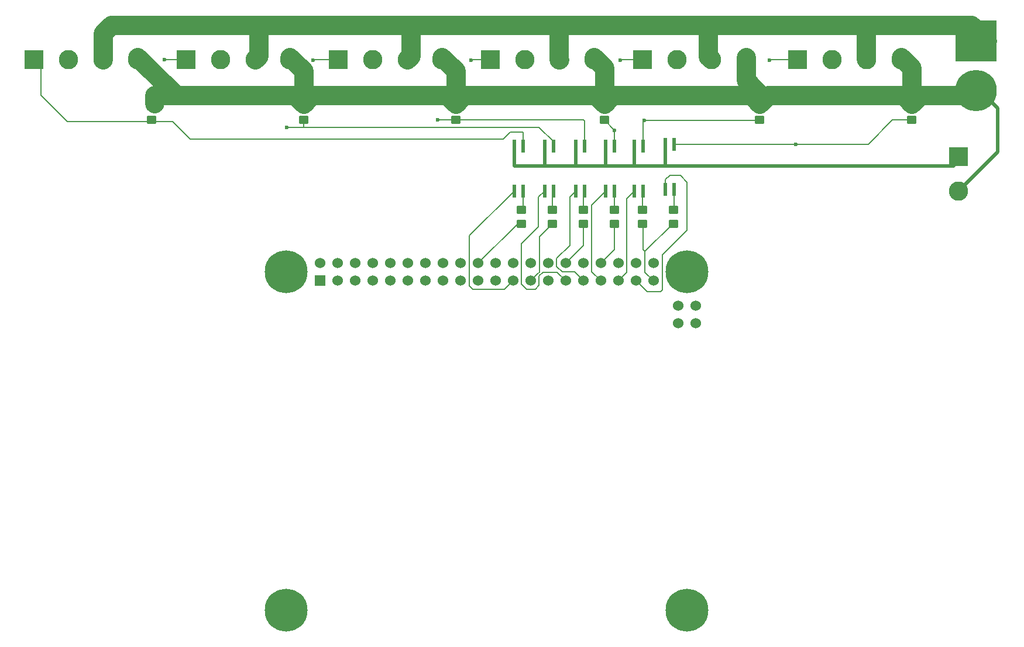
<source format=gbr>
%TF.GenerationSoftware,KiCad,Pcbnew,8.0.0*%
%TF.CreationDate,2024-03-15T12:02:56+01:00*%
%TF.ProjectId,prueba,70727565-6261-42e6-9b69-6361645f7063,v0.1*%
%TF.SameCoordinates,Original*%
%TF.FileFunction,Copper,L1,Top*%
%TF.FilePolarity,Positive*%
%FSLAX46Y46*%
G04 Gerber Fmt 4.6, Leading zero omitted, Abs format (unit mm)*
G04 Created by KiCad (PCBNEW 8.0.0) date 2024-03-15 12:02:56*
%MOMM*%
%LPD*%
G01*
G04 APERTURE LIST*
G04 Aperture macros list*
%AMRoundRect*
0 Rectangle with rounded corners*
0 $1 Rounding radius*
0 $2 $3 $4 $5 $6 $7 $8 $9 X,Y pos of 4 corners*
0 Add a 4 corners polygon primitive as box body*
4,1,4,$2,$3,$4,$5,$6,$7,$8,$9,$2,$3,0*
0 Add four circle primitives for the rounded corners*
1,1,$1+$1,$2,$3*
1,1,$1+$1,$4,$5*
1,1,$1+$1,$6,$7*
1,1,$1+$1,$8,$9*
0 Add four rect primitives between the rounded corners*
20,1,$1+$1,$2,$3,$4,$5,0*
20,1,$1+$1,$4,$5,$6,$7,0*
20,1,$1+$1,$6,$7,$8,$9,0*
20,1,$1+$1,$8,$9,$2,$3,0*%
G04 Aperture macros list end*
%TA.AperFunction,ComponentPad*%
%ADD10R,2.800000X2.800000*%
%TD*%
%TA.AperFunction,ComponentPad*%
%ADD11C,2.800000*%
%TD*%
%TA.AperFunction,SMDPad,CuDef*%
%ADD12R,0.558800X1.905000*%
%TD*%
%TA.AperFunction,ComponentPad*%
%ADD13C,6.000000*%
%TD*%
%TA.AperFunction,ComponentPad*%
%ADD14R,6.000000X6.000000*%
%TD*%
%TA.AperFunction,SMDPad,CuDef*%
%ADD15RoundRect,0.250000X0.450000X-0.350000X0.450000X0.350000X-0.450000X0.350000X-0.450000X-0.350000X0*%
%TD*%
%TA.AperFunction,ComponentPad*%
%ADD16R,1.524000X1.524000*%
%TD*%
%TA.AperFunction,ComponentPad*%
%ADD17C,1.524000*%
%TD*%
%TA.AperFunction,ComponentPad*%
%ADD18C,6.200000*%
%TD*%
%TA.AperFunction,ViaPad*%
%ADD19C,0.600000*%
%TD*%
%TA.AperFunction,Conductor*%
%ADD20C,0.200000*%
%TD*%
%TA.AperFunction,Conductor*%
%ADD21C,2.794000*%
%TD*%
%TA.AperFunction,Conductor*%
%ADD22C,0.508000*%
%TD*%
%TA.AperFunction,Conductor*%
%ADD23C,1.778000*%
%TD*%
G04 APERTURE END LIST*
D10*
%TO.P,J2,1,Pin_1*%
%TO.N,Net-(J2-Pin_1)*%
X136500000Y-36750000D03*
D11*
%TO.P,J2,2,Pin_2*%
%TO.N,/Tach_2*%
X141500000Y-36750000D03*
%TO.P,J2,3,Pin_3*%
%TO.N,/V12DC*%
X146500000Y-36750000D03*
%TO.P,J2,4,Pin_4*%
%TO.N,/GND_Source*%
X151500000Y-36750000D03*
%TD*%
D10*
%TO.P,J3,1,Pin_1*%
%TO.N,Net-(J3-Pin_1)*%
X114500000Y-36750000D03*
D11*
%TO.P,J3,2,Pin_2*%
%TO.N,/Tach_3*%
X119500000Y-36750000D03*
%TO.P,J3,3,Pin_3*%
%TO.N,/V12DC*%
X124500000Y-36750000D03*
%TO.P,J3,4,Pin_4*%
%TO.N,/GND_Source*%
X129500000Y-36750000D03*
%TD*%
D12*
%TO.P,Q6,1,1*%
%TO.N,/PWM_6*%
X118000000Y-55751200D03*
%TO.P,Q6,2,2*%
%TO.N,Net-(Q6-Pad2)*%
X119270000Y-55751200D03*
%TO.P,Q6,3,3*%
%TO.N,Net-(J6-Pin_1)*%
X119270000Y-49248800D03*
%TO.P,Q6,4,4*%
%TO.N,/6V*%
X118000000Y-49248800D03*
%TD*%
D10*
%TO.P,J8,1,Pin_1*%
%TO.N,/6V*%
X182280000Y-50800000D03*
D11*
%TO.P,J8,2,Pin_2*%
%TO.N,/GND_Source*%
X182280000Y-55800000D03*
%TD*%
D13*
%TO.P,J7,N,NEG*%
%TO.N,/GND_Source*%
X184820000Y-41200000D03*
D14*
%TO.P,J7,P,POS*%
%TO.N,/V12DC*%
X184820000Y-34000000D03*
%TD*%
D12*
%TO.P,Q5,1,1*%
%TO.N,/PWM_5*%
X122365000Y-55751200D03*
%TO.P,Q5,2,2*%
%TO.N,Net-(Q5-Pad2)*%
X123635000Y-55751200D03*
%TO.P,Q5,3,3*%
%TO.N,Net-(J5-Pin_1)*%
X123635000Y-49248800D03*
%TO.P,Q5,4,4*%
%TO.N,/6V*%
X122365000Y-49248800D03*
%TD*%
%TO.P,Q1,1,1*%
%TO.N,/PWM_1*%
X139865000Y-55502400D03*
%TO.P,Q1,2,2*%
%TO.N,Net-(Q1-Pad2)*%
X141135000Y-55502400D03*
%TO.P,Q1,3,3*%
%TO.N,Net-(J1-Pin_1)*%
X141135000Y-49000000D03*
%TO.P,Q1,4,4*%
%TO.N,/6V*%
X139865000Y-49000000D03*
%TD*%
D15*
%TO.P,R11,1*%
%TO.N,Net-(J5-Pin_1)*%
X87500000Y-45500000D03*
%TO.P,R11,2*%
%TO.N,/GND_Source*%
X87500000Y-43500000D03*
%TD*%
%TO.P,R9,1*%
%TO.N,Net-(J3-Pin_1)*%
X131000000Y-45500000D03*
%TO.P,R9,2*%
%TO.N,/GND_Source*%
X131000000Y-43500000D03*
%TD*%
%TO.P,R7,1*%
%TO.N,Net-(J1-Pin_1)*%
X175500000Y-45500000D03*
%TO.P,R7,2*%
%TO.N,/GND_Source*%
X175500000Y-43500000D03*
%TD*%
D10*
%TO.P,J6,1,Pin_1*%
%TO.N,Net-(J6-Pin_1)*%
X48500000Y-36750000D03*
D11*
%TO.P,J6,2,Pin_2*%
%TO.N,/Tach_6*%
X53500000Y-36750000D03*
%TO.P,J6,3,Pin_3*%
%TO.N,/V12DC*%
X58500000Y-36750000D03*
%TO.P,J6,4,Pin_4*%
%TO.N,/GND_Source*%
X63500000Y-36750000D03*
%TD*%
D16*
%TO.P,U1,1,3V3*%
%TO.N,Net-(U1-3V3-Pad1)*%
X89870000Y-68770000D03*
D17*
%TO.P,U1,2,5V*%
%TO.N,Net-(U1-5V-Pad2)*%
X89870000Y-66230000D03*
%TO.P,U1,3,GPIO2/SDA1*%
%TO.N,unconnected-(U1-GPIO2{slash}SDA1-Pad3)*%
X92410000Y-68770000D03*
%TO.P,U1,4,5V*%
%TO.N,Net-(U1-5V-Pad2)*%
X92410000Y-66230000D03*
%TO.P,U1,5,GPIO3/SCL1*%
%TO.N,unconnected-(U1-GPIO3{slash}SCL1-Pad5)*%
X94950000Y-68770000D03*
%TO.P,U1,6,GND*%
%TO.N,/GND_R*%
X94950000Y-66230000D03*
%TO.P,U1,7,GPIO4/GPIO_GCKL*%
%TO.N,unconnected-(U1-GPIO4{slash}GPIO_GCKL-Pad7)*%
X97490000Y-68770000D03*
%TO.P,U1,8,GPIO14/TXD0*%
%TO.N,unconnected-(U1-GPIO14{slash}TXD0-Pad8)*%
X97490000Y-66230000D03*
%TO.P,U1,9,GND*%
%TO.N,/GND_R*%
X100030000Y-68770000D03*
%TO.P,U1,10,GPIO15/RXD0*%
%TO.N,unconnected-(U1-GPIO15{slash}RXD0-Pad10)*%
X100030000Y-66230000D03*
%TO.P,U1,11,GPIO17/GPIO_GEN0*%
%TO.N,unconnected-(U1-GPIO17{slash}GPIO_GEN0-Pad11)*%
X102570000Y-68770000D03*
%TO.P,U1,12,GPIO18/GPIO_GEN1*%
%TO.N,unconnected-(U1-GPIO18{slash}GPIO_GEN1-Pad12)*%
X102570000Y-66230000D03*
%TO.P,U1,13,GPIO27/GPIO_GEN2*%
%TO.N,unconnected-(U1-GPIO27{slash}GPIO_GEN2-Pad13)*%
X105110000Y-68770000D03*
%TO.P,U1,14,GND*%
%TO.N,/GND_R*%
X105110000Y-66230000D03*
%TO.P,U1,15,GPIO22/GPIO_GEN3*%
%TO.N,unconnected-(U1-GPIO22{slash}GPIO_GEN3-Pad15)*%
X107650000Y-68770000D03*
%TO.P,U1,16,GPIO23/GPIO_GEN4*%
%TO.N,unconnected-(U1-GPIO23{slash}GPIO_GEN4-Pad16)*%
X107650000Y-66230000D03*
%TO.P,U1,17,3V3*%
%TO.N,Net-(U1-3V3-Pad1)*%
X110190000Y-68770000D03*
%TO.P,U1,18,GPIO24/GPIO_GEN5*%
%TO.N,unconnected-(U1-GPIO24{slash}GPIO_GEN5-Pad18)*%
X110190000Y-66230000D03*
%TO.P,U1,19,GPIO10/SPI_MOSI*%
%TO.N,unconnected-(U1-GPIO10{slash}SPI_MOSI-Pad19)*%
X112730000Y-68770000D03*
%TO.P,U1,20,GND*%
%TO.N,/GND_R*%
X112730000Y-66230000D03*
%TO.P,U1,21,GPIO9/SPI_MISO*%
%TO.N,unconnected-(U1-GPIO9{slash}SPI_MISO-Pad21)*%
X115270000Y-68770000D03*
%TO.P,U1,22,GPIO25/GPIO_GEN6*%
%TO.N,unconnected-(U1-GPIO25{slash}GPIO_GEN6-Pad22)*%
X115270000Y-66230000D03*
%TO.P,U1,23,GPIO11/SPI_SCLK*%
%TO.N,/PWM_6*%
X117810000Y-68770000D03*
%TO.P,U1,24,GPIO8/~{SPI_CE0}*%
%TO.N,unconnected-(U1-GPIO8{slash}~{SPI_CE0}-Pad24)*%
X117810000Y-66230000D03*
%TO.P,U1,25,GND*%
%TO.N,/GND_R*%
X120350000Y-68770000D03*
%TO.P,U1,26,GPIO7/~{SPI_CE1}*%
%TO.N,unconnected-(U1-GPIO7{slash}~{SPI_CE1}-Pad26)*%
X120350000Y-66230000D03*
%TO.P,U1,27,ID_SD*%
%TO.N,unconnected-(U1-ID_SD-Pad27)*%
X122890000Y-68770000D03*
%TO.P,U1,28,ID_SC*%
%TO.N,unconnected-(U1-ID_SC-Pad28)*%
X122890000Y-66230000D03*
%TO.P,U1,29,GPIO5*%
%TO.N,/PWM_5*%
X125430000Y-68770000D03*
%TO.P,U1,30,GND*%
%TO.N,/GND_R*%
X125430000Y-66230000D03*
%TO.P,U1,31,GPIO6*%
%TO.N,/PWM_4*%
X127970000Y-68770000D03*
%TO.P,U1,32,GPIO12*%
%TO.N,unconnected-(U1-GPIO12-Pad32)*%
X127970000Y-66230000D03*
%TO.P,U1,33,GPIO13*%
%TO.N,/PWM_3*%
X130510000Y-68770000D03*
%TO.P,U1,34,GND*%
%TO.N,/GND_R*%
X130510000Y-66230000D03*
%TO.P,U1,35,GPIO19*%
%TO.N,/PWM_2*%
X133050000Y-68770000D03*
%TO.P,U1,36,GPIO16*%
%TO.N,unconnected-(U1-GPIO16-Pad36)*%
X133050000Y-66230000D03*
%TO.P,U1,37,GPIO26*%
%TO.N,/PWM_1*%
X135590000Y-68770000D03*
%TO.P,U1,38,GPIO20*%
%TO.N,unconnected-(U1-GPIO20-Pad38)*%
X135590000Y-66230000D03*
%TO.P,U1,39,GND*%
%TO.N,/GND_R*%
X138130000Y-68770000D03*
%TO.P,U1,40,GPIO21*%
%TO.N,unconnected-(U1-GPIO21-Pad40)*%
X138130000Y-66230000D03*
%TO.P,U1,41,TR01*%
%TO.N,unconnected-(U1-TR01-Pad41)*%
X144230000Y-74893000D03*
%TO.P,U1,42,TR00*%
%TO.N,unconnected-(U1-TR00-Pad42)*%
X144230000Y-72353000D03*
%TO.P,U1,43,TR03*%
%TO.N,unconnected-(U1-TR03-Pad43)*%
X141690000Y-74893000D03*
%TO.P,U1,44,TR02*%
%TO.N,unconnected-(U1-TR02-Pad44)*%
X141690000Y-72353000D03*
D18*
%TO.P,U1,S1,SHIELD*%
%TO.N,Net-(U1-SHIELD-PadS1)*%
X85000000Y-67500000D03*
%TO.P,U1,S2,SHIELD*%
X143000000Y-67500000D03*
%TO.P,U1,S3,SHIELD*%
X143000000Y-116500000D03*
%TO.P,U1,S4,SHIELD*%
X85000000Y-116500000D03*
%TD*%
D10*
%TO.P,J4,1,Pin_1*%
%TO.N,Net-(J4-Pin_1)*%
X92500000Y-36750000D03*
D11*
%TO.P,J4,2,Pin_2*%
%TO.N,/Tach_4*%
X97500000Y-36750000D03*
%TO.P,J4,3,Pin_3*%
%TO.N,/V12DC*%
X102500000Y-36750000D03*
%TO.P,J4,4,Pin_4*%
%TO.N,/GND_Source*%
X107500000Y-36750000D03*
%TD*%
D10*
%TO.P,J1,1,Pin_1*%
%TO.N,Net-(J1-Pin_1)*%
X159000000Y-36750000D03*
D11*
%TO.P,J1,2,Pin_2*%
%TO.N,/Tach_1*%
X164000000Y-36750000D03*
%TO.P,J1,3,Pin_3*%
%TO.N,/V12DC*%
X169000000Y-36750000D03*
%TO.P,J1,4,Pin_4*%
%TO.N,/GND_Source*%
X174000000Y-36750000D03*
%TD*%
D15*
%TO.P,R8,1*%
%TO.N,Net-(J2-Pin_1)*%
X153500000Y-45500000D03*
%TO.P,R8,2*%
%TO.N,/GND_Source*%
X153500000Y-43500000D03*
%TD*%
%TO.P,R4,1*%
%TO.N,/GND_R*%
X128000000Y-60500000D03*
%TO.P,R4,2*%
%TO.N,Net-(Q4-Pad2)*%
X128000000Y-58500000D03*
%TD*%
%TO.P,R6,1*%
%TO.N,/GND_R*%
X119000000Y-60500000D03*
%TO.P,R6,2*%
%TO.N,Net-(Q6-Pad2)*%
X119000000Y-58500000D03*
%TD*%
D12*
%TO.P,Q2,4,4*%
%TO.N,/6V*%
X135365000Y-49248800D03*
%TO.P,Q2,3,3*%
%TO.N,Net-(J2-Pin_1)*%
X136635000Y-49248800D03*
%TO.P,Q2,2,2*%
%TO.N,Net-(Q2-Pad2)*%
X136635000Y-55751200D03*
%TO.P,Q2,1,1*%
%TO.N,/PWM_2*%
X135365000Y-55751200D03*
%TD*%
%TO.P,Q3,1,1*%
%TO.N,/PWM_3*%
X131230000Y-55751200D03*
%TO.P,Q3,2,2*%
%TO.N,Net-(Q3-Pad2)*%
X132500000Y-55751200D03*
%TO.P,Q3,3,3*%
%TO.N,Net-(J3-Pin_1)*%
X132500000Y-49248800D03*
%TO.P,Q3,4,4*%
%TO.N,/6V*%
X131230000Y-49248800D03*
%TD*%
D10*
%TO.P,J5,1,Pin_1*%
%TO.N,Net-(J5-Pin_1)*%
X70500000Y-36750000D03*
D11*
%TO.P,J5,2,Pin_2*%
%TO.N,/Tach_5*%
X75500000Y-36750000D03*
%TO.P,J5,3,Pin_3*%
%TO.N,/V12DC*%
X80500000Y-36750000D03*
%TO.P,J5,4,Pin_4*%
%TO.N,/GND_Source*%
X85500000Y-36750000D03*
%TD*%
D12*
%TO.P,Q4,1,1*%
%TO.N,/PWM_4*%
X126865000Y-55751200D03*
%TO.P,Q4,2,2*%
%TO.N,Net-(Q4-Pad2)*%
X128135000Y-55751200D03*
%TO.P,Q4,3,3*%
%TO.N,Net-(J4-Pin_1)*%
X128135000Y-49248800D03*
%TO.P,Q4,4,4*%
%TO.N,/6V*%
X126865000Y-49248800D03*
%TD*%
D15*
%TO.P,R3,1*%
%TO.N,/GND_R*%
X132500000Y-60500000D03*
%TO.P,R3,2*%
%TO.N,Net-(Q3-Pad2)*%
X132500000Y-58500000D03*
%TD*%
%TO.P,R5,1*%
%TO.N,/GND_R*%
X123500000Y-60500000D03*
%TO.P,R5,2*%
%TO.N,Net-(Q5-Pad2)*%
X123500000Y-58500000D03*
%TD*%
%TO.P,R1,1*%
%TO.N,/GND_R*%
X141000000Y-60500000D03*
%TO.P,R1,2*%
%TO.N,Net-(Q1-Pad2)*%
X141000000Y-58500000D03*
%TD*%
%TO.P,R12,1*%
%TO.N,Net-(J6-Pin_1)*%
X65500000Y-45500000D03*
%TO.P,R12,2*%
%TO.N,/GND_Source*%
X65500000Y-43500000D03*
%TD*%
%TO.P,R2,1*%
%TO.N,/GND_R*%
X136500000Y-60500000D03*
%TO.P,R2,2*%
%TO.N,Net-(Q2-Pad2)*%
X136500000Y-58500000D03*
%TD*%
%TO.P,R10,1*%
%TO.N,Net-(J4-Pin_1)*%
X109500000Y-45500000D03*
%TO.P,R10,2*%
%TO.N,/GND_Source*%
X109500000Y-43500000D03*
%TD*%
D19*
%TO.N,Net-(J5-Pin_1)*%
X85090000Y-46590000D03*
X67390000Y-36750000D03*
%TO.N,Net-(J4-Pin_1)*%
X106900000Y-45500000D03*
X88900000Y-36830000D03*
%TO.N,Net-(J3-Pin_1)*%
X132500000Y-47000000D03*
X111760000Y-36830000D03*
%TO.N,Net-(J2-Pin_1)*%
X136756282Y-45513718D03*
X133350000Y-36830000D03*
%TO.N,Net-(J1-Pin_1)*%
X158750000Y-49000000D03*
X154940000Y-36830000D03*
%TD*%
D20*
%TO.N,/PWM_1*%
X139192000Y-70358000D02*
X137178000Y-70358000D01*
X139446000Y-70104000D02*
X139192000Y-70358000D01*
X143000000Y-61445836D02*
X139446000Y-64999836D01*
X137178000Y-70358000D02*
X135590000Y-68770000D01*
X143000000Y-54500000D02*
X143000000Y-61445836D01*
X142000000Y-53500000D02*
X143000000Y-54500000D01*
X140500000Y-53500000D02*
X142000000Y-53500000D01*
X139446000Y-64999836D02*
X139446000Y-70104000D01*
X139865000Y-54135000D02*
X140500000Y-53500000D01*
X139865000Y-55502400D02*
X139865000Y-54135000D01*
%TO.N,/PWM_5*%
X124190686Y-67530686D02*
X125430000Y-68770000D01*
X122155000Y-67530686D02*
X124190686Y-67530686D01*
X121576200Y-68109486D02*
X122155000Y-67530686D01*
X121000000Y-70000000D02*
X121576200Y-69423800D01*
X119765000Y-70000000D02*
X121000000Y-70000000D01*
X121576200Y-69423800D02*
X121576200Y-68109486D01*
X119000000Y-69235000D02*
X119765000Y-70000000D01*
X119000000Y-63415256D02*
X119000000Y-69235000D01*
X121500000Y-56616200D02*
X121500000Y-60915256D01*
X121500000Y-60915256D02*
X119000000Y-63415256D01*
X122365000Y-55751200D02*
X121500000Y-56616200D01*
%TO.N,/PWM_3*%
X129194000Y-67454000D02*
X130510000Y-68770000D01*
X129194000Y-57787200D02*
X129194000Y-67454000D01*
X129448000Y-57533200D02*
X129194000Y-57787200D01*
%TO.N,/PWM_2*%
X134246000Y-67574000D02*
X133050000Y-68770000D01*
X134246000Y-56870200D02*
X134246000Y-67574000D01*
X134500000Y-56616200D02*
X134246000Y-56870200D01*
%TO.N,/GND_R*%
X123500000Y-60500000D02*
X121601600Y-62398400D01*
X121601600Y-62398400D02*
X121601600Y-62500000D01*
X121601600Y-62500000D02*
X121601600Y-67518400D01*
X121601600Y-67518400D02*
X121500000Y-67620000D01*
X121500000Y-67620000D02*
X120350000Y-68770000D01*
%TO.N,/PWM_4*%
X126700000Y-67500000D02*
X127970000Y-68770000D01*
X124919000Y-67500000D02*
X126700000Y-67500000D01*
X124127000Y-66708000D02*
X124919000Y-67500000D01*
X126000000Y-63627000D02*
X124127000Y-65500000D01*
X126000000Y-56616200D02*
X126000000Y-63627000D01*
X126865000Y-55751200D02*
X126000000Y-56616200D01*
X124127000Y-65500000D02*
X124127000Y-66708000D01*
%TO.N,/PWM_3*%
X131230000Y-55751200D02*
X129448000Y-57533200D01*
D21*
%TO.N,/GND_Source*%
X65917000Y-41910000D02*
X65917000Y-43083000D01*
X69020000Y-41910000D02*
X65917000Y-41910000D01*
D22*
X187960000Y-43740000D02*
X185420000Y-41200000D01*
X187960000Y-50120000D02*
X187960000Y-43740000D01*
X182280000Y-55800000D02*
X187960000Y-50120000D01*
D20*
%TO.N,Net-(J6-Pin_1)*%
X71120000Y-48260000D02*
X116404600Y-48260000D01*
X68580000Y-45720000D02*
X71120000Y-48260000D01*
X65720000Y-45720000D02*
X68580000Y-45720000D01*
X65500000Y-45500000D02*
X65720000Y-45720000D01*
X116404600Y-48260000D02*
X117420600Y-47244000D01*
X119167150Y-47244000D02*
X119270000Y-47346850D01*
X119270000Y-47346850D02*
X119270000Y-49248800D01*
%TO.N,/GND_R*%
X136652000Y-64262000D02*
X136906000Y-64516000D01*
X136652000Y-60652000D02*
X136652000Y-64262000D01*
X136500000Y-60500000D02*
X136652000Y-60652000D01*
X140922000Y-60500000D02*
X136906000Y-64516000D01*
X141000000Y-60500000D02*
X140922000Y-60500000D01*
X136906000Y-67546000D02*
X138130000Y-68770000D01*
X136906000Y-64516000D02*
X136906000Y-67546000D01*
%TO.N,Net-(J6-Pin_1)*%
X65280000Y-45720000D02*
X65500000Y-45500000D01*
X53340000Y-45720000D02*
X65280000Y-45720000D01*
X49530000Y-37780000D02*
X49530000Y-41910000D01*
X49530000Y-41910000D02*
X53340000Y-45720000D01*
X48500000Y-36750000D02*
X49530000Y-37780000D01*
%TO.N,Net-(J5-Pin_1)*%
X87500000Y-46590000D02*
X87500000Y-45500000D01*
X85090000Y-46590000D02*
X87500000Y-46590000D01*
X123635000Y-48635000D02*
X123635000Y-49248800D01*
X121590000Y-46590000D02*
X123635000Y-48635000D01*
X85090000Y-46590000D02*
X121590000Y-46590000D01*
D21*
%TO.N,/GND_Source*%
X69020000Y-41910000D02*
X63500000Y-36390000D01*
X86270000Y-41910000D02*
X69020000Y-41910000D01*
X87500000Y-43140000D02*
X86270000Y-41910000D01*
X88730000Y-41910000D02*
X87500000Y-43140000D01*
X108270000Y-41910000D02*
X88730000Y-41910000D01*
X109500000Y-43140000D02*
X108270000Y-41910000D01*
X110730000Y-41910000D02*
X109500000Y-43140000D01*
X129770000Y-41910000D02*
X110730000Y-41910000D01*
X131000000Y-43140000D02*
X129770000Y-41910000D01*
X151500000Y-39740000D02*
X151500000Y-36390000D01*
X153500000Y-41740000D02*
X151500000Y-39740000D01*
X153500000Y-43140000D02*
X153500000Y-41740000D01*
X152270000Y-41910000D02*
X132230000Y-41910000D01*
X153500000Y-43140000D02*
X152270000Y-41910000D01*
X132230000Y-41910000D02*
X131000000Y-43140000D01*
X185330000Y-41910000D02*
X176130000Y-41910000D01*
X176730000Y-41910000D02*
X175500000Y-43140000D01*
X174270000Y-41910000D02*
X154730000Y-41910000D01*
X154730000Y-41910000D02*
X153500000Y-43140000D01*
X175500000Y-43140000D02*
X174270000Y-41910000D01*
D20*
%TO.N,Net-(J6-Pin_1)*%
X117420600Y-47244000D02*
X119167150Y-47244000D01*
%TO.N,Net-(J5-Pin_1)*%
X67310000Y-36830000D02*
X67390000Y-36750000D01*
X70500000Y-36750000D02*
X67390000Y-36750000D01*
%TO.N,Net-(J4-Pin_1)*%
X106900000Y-45500000D02*
X109500000Y-45500000D01*
X88980000Y-36750000D02*
X88900000Y-36830000D01*
X92500000Y-36750000D02*
X88980000Y-36750000D01*
%TO.N,Net-(J3-Pin_1)*%
X111840000Y-36750000D02*
X114500000Y-36750000D01*
X111760000Y-36830000D02*
X111840000Y-36750000D01*
%TO.N,Net-(J2-Pin_1)*%
X133430000Y-36750000D02*
X133350000Y-36830000D01*
X136500000Y-36750000D02*
X133430000Y-36750000D01*
%TO.N,Net-(J1-Pin_1)*%
X172700000Y-45500000D02*
X169200000Y-49000000D01*
X169200000Y-49000000D02*
X158750000Y-49000000D01*
X175500000Y-45500000D02*
X172700000Y-45500000D01*
X158750000Y-49000000D02*
X141135000Y-49000000D01*
X155020000Y-36750000D02*
X154940000Y-36830000D01*
X159000000Y-36750000D02*
X155020000Y-36750000D01*
D21*
%TO.N,/V12DC*%
X59690000Y-31750000D02*
X81000000Y-31750000D01*
X58500000Y-32940000D02*
X59690000Y-31750000D01*
X58500000Y-36750000D02*
X58500000Y-32940000D01*
X81000000Y-31750000D02*
X103000000Y-31750000D01*
X81000000Y-36250000D02*
X80500000Y-36750000D01*
X81000000Y-31750000D02*
X81000000Y-36250000D01*
X186400000Y-34000000D02*
X184150000Y-31750000D01*
X184150000Y-31750000D02*
X102400000Y-31750000D01*
X103000000Y-36250000D02*
X102500000Y-36750000D01*
X103000000Y-31750000D02*
X103000000Y-36250000D01*
X124460000Y-31750000D02*
X124460000Y-36710000D01*
X124460000Y-36710000D02*
X124500000Y-36750000D01*
X146050000Y-31750000D02*
X146050000Y-36300000D01*
D23*
X146050000Y-36300000D02*
X146500000Y-36750000D01*
D21*
X168910000Y-31750000D02*
X168910000Y-36660000D01*
D23*
X168910000Y-36660000D02*
X169000000Y-36750000D01*
D22*
%TO.N,/6V*%
X118000000Y-52109644D02*
X118000000Y-49248800D01*
X122365000Y-52109644D02*
X118000000Y-52109644D01*
X126865000Y-52109644D02*
X122365000Y-52109644D01*
X122365000Y-52109644D02*
X122365000Y-49248800D01*
D20*
X122365000Y-49921900D02*
X122365000Y-49248800D01*
D22*
X126865000Y-52109644D02*
X126865000Y-49248800D01*
X131230000Y-52109644D02*
X126865000Y-52109644D01*
X131230000Y-52109644D02*
X131230000Y-49248800D01*
X135471194Y-52109644D02*
X131230000Y-52109644D01*
D20*
X135471194Y-52109644D02*
X135365000Y-52003450D01*
D22*
X139865000Y-52109644D02*
X139865000Y-49000000D01*
D20*
X141009644Y-52109644D02*
X139865000Y-52109644D01*
D22*
X141009644Y-52109644D02*
X135471194Y-52109644D01*
X135365000Y-52003450D02*
X135365000Y-49248800D01*
X181570356Y-52109644D02*
X141009644Y-52109644D01*
D20*
X182280000Y-50800000D02*
X180970356Y-52109644D01*
D21*
%TO.N,/GND_Source*%
X109500000Y-43140000D02*
X109500000Y-38390000D01*
X175500000Y-37890000D02*
X174000000Y-36390000D01*
X175500000Y-43140000D02*
X175500000Y-37890000D01*
X131000000Y-37890000D02*
X129500000Y-36390000D01*
X87500000Y-38390000D02*
X85500000Y-36390000D01*
X87500000Y-43140000D02*
X87500000Y-38390000D01*
X131000000Y-43140000D02*
X131000000Y-37890000D01*
X109500000Y-38390000D02*
X107500000Y-36390000D01*
D20*
%TO.N,Net-(Q1-Pad2)*%
X141135000Y-57865000D02*
X141135000Y-55502400D01*
X141000000Y-58000000D02*
X141135000Y-57865000D01*
X141000000Y-58500000D02*
X141000000Y-58000000D01*
%TO.N,/6V*%
X127000000Y-49113800D02*
X126865000Y-49248800D01*
X122248800Y-49248800D02*
X122365000Y-49248800D01*
X122365000Y-49248800D02*
X122365000Y-48465000D01*
%TO.N,/PWM_2*%
X135365000Y-55751200D02*
X134500000Y-56616200D01*
%TO.N,Net-(Q2-Pad2)*%
X136500000Y-55886200D02*
X136635000Y-55751200D01*
X136500000Y-58500000D02*
X136500000Y-55886200D01*
%TO.N,Net-(Q3-Pad2)*%
X132500000Y-58500000D02*
X132500000Y-55751200D01*
%TO.N,Net-(J3-Pin_1)*%
X131000000Y-45500000D02*
X132500000Y-47000000D01*
X132500000Y-47000000D02*
X132500000Y-49248800D01*
%TO.N,Net-(J4-Pin_1)*%
X128000000Y-45500000D02*
X128135000Y-45635000D01*
X128135000Y-45635000D02*
X128135000Y-49248800D01*
X109500000Y-45500000D02*
X128000000Y-45500000D01*
%TO.N,Net-(Q4-Pad2)*%
X128000000Y-55886200D02*
X128135000Y-55751200D01*
X128000000Y-58500000D02*
X128000000Y-55886200D01*
%TO.N,Net-(Q5-Pad2)*%
X123500000Y-55886200D02*
X123635000Y-55751200D01*
X123500000Y-58500000D02*
X123500000Y-55886200D01*
%TO.N,Net-(J5-Pin_1)*%
X123635000Y-49248800D02*
X123635000Y-48575700D01*
%TO.N,Net-(Q6-Pad2)*%
X119270000Y-58230000D02*
X119000000Y-58500000D01*
X119270000Y-55751200D02*
X119270000Y-58230000D01*
%TO.N,/PWM_6*%
X116580000Y-70000000D02*
X117810000Y-68770000D01*
X118000000Y-55751200D02*
X111500000Y-62251200D01*
X111500000Y-62251200D02*
X111500000Y-69500000D01*
X112000000Y-70000000D02*
X116580000Y-70000000D01*
X111500000Y-69500000D02*
X112000000Y-70000000D01*
%TO.N,/GND_R*%
X119000000Y-60500000D02*
X118460000Y-60500000D01*
X128000000Y-60500000D02*
X128000000Y-63660000D01*
X118460000Y-60500000D02*
X112730000Y-66230000D01*
X132500000Y-64240000D02*
X130510000Y-66230000D01*
X132500000Y-60500000D02*
X132500000Y-64240000D01*
X128000000Y-63660000D02*
X125430000Y-66230000D01*
%TO.N,Net-(J2-Pin_1)*%
X136635000Y-45635000D02*
X136635000Y-49248800D01*
X136756282Y-45513718D02*
X153486282Y-45513718D01*
X153486282Y-45513718D02*
X153500000Y-45500000D01*
X136635000Y-45635000D02*
X136756282Y-45513718D01*
%TD*%
M02*

</source>
